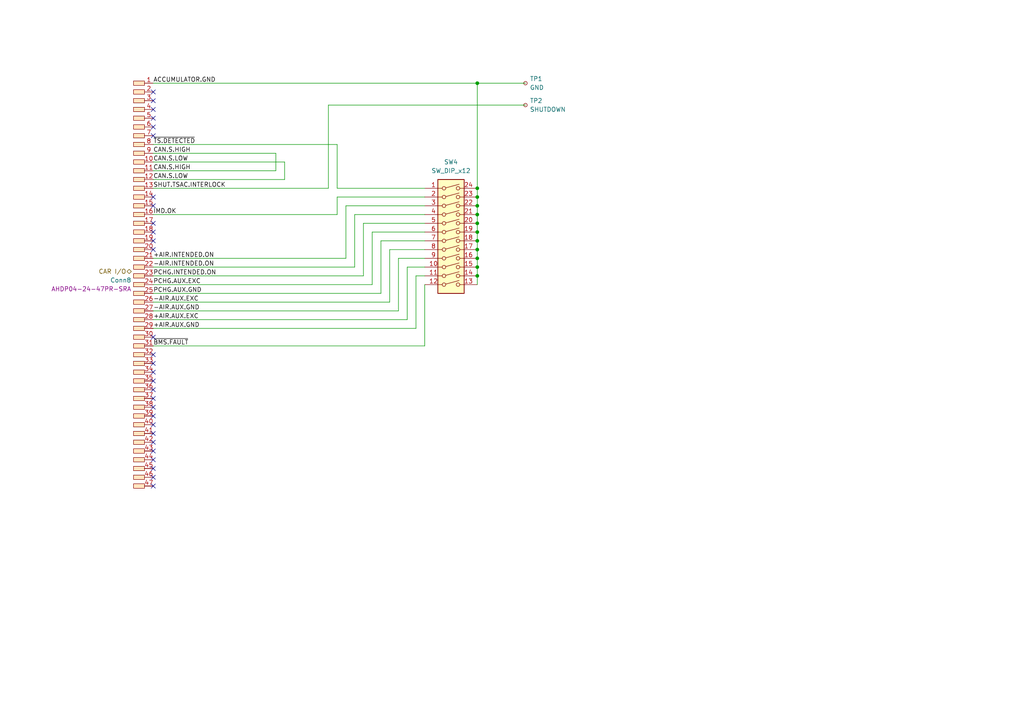
<source format=kicad_sch>
(kicad_sch (version 20231120) (generator "eeschema") (generator_version "8.0")
  (paper "A4")
  (title_block (title "LOOM - DUMMY ACCUMULATOR"))
  (lib_symbols
    (symbol "Connector:TestPoint_Small" (pin_numbers hide) (pin_names (offset 0.762) hide)
      (property "Reference" "TP" (at 0 3.81 0))
      (property "Value" "TestPoint_Small" (at 0 2.032 0))
      (symbol "TestPoint_Small_0_1"
        (circle (center 0 0) (radius 0.508))
      )
      (symbol "TestPoint_Small_1_1"
        (pin passive line (at 0 0 90) (length 0) (name "1") (number "1"))
      )
    )
    (symbol "Connectors_SUFST:AMPHENOL-47P-Pannel"
      (property "Reference" "Conn" (at 0 -1.905 0))
      (property "P/N" "AHDP04-24-47PR-SRA" (at 0 0 0))
      (symbol "AMPHENOL-47P-Pannel_0_1"
        (polyline (pts (xy -0.635 -121.285) (xy 1.905 -121.285)))
        (polyline (pts (xy -0.635 -116.205) (xy 1.905 -116.205)))
        (polyline (pts (xy -0.635 -111.125) (xy 1.905 -111.125)))
        (polyline (pts (xy -0.635 -106.045) (xy 1.905 -106.045)))
        (polyline (pts (xy -0.635 -100.965) (xy 1.905 -100.965)))
        (polyline (pts (xy -0.635 -95.885) (xy 1.905 -95.885)))
        (polyline (pts (xy -0.635 -90.805) (xy 1.905 -90.805)))
        (polyline (pts (xy -0.635 -85.725) (xy 1.905 -85.725)))
        (polyline (pts (xy -0.635 -80.645) (xy 1.905 -80.645)))
        (polyline (pts (xy -0.635 -75.565) (xy 1.905 -75.565)))
        (polyline (pts (xy -0.635 -70.485) (xy 1.905 -70.485)))
        (polyline (pts (xy -0.635 -65.405) (xy 1.905 -65.405)))
        (polyline (pts (xy -0.635 -60.325) (xy 1.905 -60.325)))
        (polyline (pts (xy -0.635 -55.245) (xy 1.905 -55.245)))
        (polyline (pts (xy -0.635 -50.165) (xy 1.905 -50.165)))
        (polyline (pts (xy -0.635 -45.085) (xy 1.905 -45.085)))
        (polyline (pts (xy -0.635 -40.005) (xy 1.905 -40.005)))
        (polyline (pts (xy -0.635 -34.925) (xy 1.905 -34.925)))
        (polyline (pts (xy -0.635 -29.845) (xy 1.905 -29.845)))
        (polyline (pts (xy -0.635 -24.765) (xy 1.905 -24.765)))
        (polyline (pts (xy -0.635 -19.685) (xy 1.905 -19.685)))
        (polyline (pts (xy -0.635 -14.605) (xy 1.905 -14.605)))
        (polyline (pts (xy -0.635 -9.525) (xy 1.905 -9.525)))
        (polyline (pts (xy -0.635 -4.445) (xy 1.905 -4.445)))
      )
      (symbol "AMPHENOL-47P-Pannel_1_1"
        (rectangle (start -3.81 -120.65) (end -0.635 -121.92) (fill (type color) (color 255 229 191 1)))
        (rectangle (start -3.81 -118.11) (end -0.635 -119.38) (fill (type color) (color 255 229 191 1)))
        (rectangle (start -3.81 -115.57) (end -0.635 -116.84) (fill (type color) (color 255 229 191 1)))
        (rectangle (start -3.81 -113.03) (end -0.635 -114.3) (fill (type color) (color 255 229 191 1)))
        (rectangle (start -3.81 -110.49) (end -0.635 -111.76) (fill (type color) (color 255 229 191 1)))
        (rectangle (start -3.81 -107.95) (end -0.635 -109.22) (fill (type color) (color 255 229 191 1)))
        (rectangle (start -3.81 -105.41) (end -0.635 -106.68) (fill (type color) (color 255 229 191 1)))
        (rectangle (start -3.81 -102.87) (end -0.635 -104.14) (fill (type color) (color 255 229 191 1)))
        (rectangle (start -3.81 -100.33) (end -0.635 -101.6) (fill (type color) (color 255 229 191 1)))
        (rectangle (start -3.81 -97.79) (end -0.635 -99.06) (fill (type color) (color 255 229 191 1)))
        (rectangle (start -3.81 -95.25) (end -0.635 -96.52) (fill (type color) (color 255 229 191 1)))
        (rectangle (start -3.81 -92.71) (end -0.635 -93.98) (fill (type color) (color 255 229 191 1)))
        (rectangle (start -3.81 -90.17) (end -0.635 -91.44) (fill (type color) (color 255 229 191 1)))
        (rectangle (start -3.81 -87.63) (end -0.635 -88.9) (fill (type color) (color 255 229 191 1)))
        (rectangle (start -3.81 -85.09) (end -0.635 -86.36) (fill (type color) (color 255 229 191 1)))
        (rectangle (start -3.81 -82.55) (end -0.635 -83.82) (fill (type color) (color 255 229 191 1)))
        (rectangle (start -3.81 -80.01) (end -0.635 -81.28) (fill (type color) (color 255 229 191 1)))
        (rectangle (start -3.81 -77.47) (end -0.635 -78.74) (fill (type color) (color 255 229 191 1)))
        (rectangle (start -3.81 -74.93) (end -0.635 -76.2) (fill (type color) (color 255 229 191 1)))
        (rectangle (start -3.81 -72.39) (end -0.635 -73.66) (fill (type color) (color 255 229 191 1)))
        (rectangle (start -3.81 -69.85) (end -0.635 -71.12) (fill (type color) (color 255 229 191 1)))
        (rectangle (start -3.81 -67.31) (end -0.635 -68.58) (fill (type color) (color 255 229 191 1)))
        (rectangle (start -3.81 -64.77) (end -0.635 -66.04) (fill (type color) (color 255 229 191 1)))
        (rectangle (start -3.81 -62.23) (end -0.635 -63.5) (fill (type color) (color 255 229 191 1)))
        (rectangle (start -3.81 -59.69) (end -0.635 -60.96) (fill (type color) (color 255 229 191 1)))
        (rectangle (start -3.81 -57.15) (end -0.635 -58.42) (fill (type color) (color 255 229 191 1)))
        (rectangle (start -3.81 -54.61) (end -0.635 -55.88) (fill (type color) (color 255 229 191 1)))
        (rectangle (start -3.81 -52.07) (end -0.635 -53.34) (fill (type color) (color 255 229 191 1)))
        (rectangle (start -3.81 -49.53) (end -0.635 -50.8) (fill (type color) (color 255 229 191 1)))
        (rectangle (start -3.81 -46.99) (end -0.635 -48.26) (fill (type color) (color 255 229 191 1)))
        (rectangle (start -3.81 -44.45) (end -0.635 -45.72) (fill (type color) (color 255 229 191 1)))
        (rectangle (start -3.81 -41.91) (end -0.635 -43.18) (fill (type color) (color 255 229 191 1)))
        (rectangle (start -3.81 -39.37) (end -0.635 -40.64) (fill (type color) (color 255 229 191 1)))
        (rectangle (start -3.81 -36.83) (end -0.635 -38.1) (fill (type color) (color 255 229 191 1)))
        (rectangle (start -3.81 -34.29) (end -0.635 -35.56) (fill (type color) (color 255 229 191 1)))
        (rectangle (start -3.81 -31.75) (end -0.635 -33.02) (fill (type color) (color 255 229 191 1)))
        (rectangle (start -3.81 -29.21) (end -0.635 -30.48) (fill (type color) (color 255 229 191 1)))
        (rectangle (start -3.81 -26.67) (end -0.635 -27.94) (fill (type color) (color 255 229 191 1)))
        (rectangle (start -3.81 -24.13) (end -0.635 -25.4) (fill (type color) (color 255 229 191 1)))
        (rectangle (start -3.81 -21.59) (end -0.635 -22.86) (fill (type color) (color 255 229 191 1)))
        (rectangle (start -3.81 -19.05) (end -0.635 -20.32) (fill (type color) (color 255 229 191 1)))
        (rectangle (start -3.81 -16.51) (end -0.635 -17.78) (fill (type color) (color 255 229 191 1)))
        (rectangle (start -3.81 -13.97) (end -0.635 -15.24) (fill (type color) (color 255 229 191 1)))
        (rectangle (start -3.81 -11.43) (end -0.635 -12.7) (fill (type color) (color 255 229 191 1)))
        (rectangle (start -3.81 -8.89) (end -0.635 -10.16) (fill (type color) (color 255 229 191 1)))
        (rectangle (start -3.81 -6.35) (end -0.635 -7.62) (fill (type color) (color 255 229 191 1)))
        (rectangle (start -3.81 -3.81) (end -0.635 -5.08) (fill (type color) (color 255 229 191 1)))
        (pin input line (at 1.905 -4.445 180) (length 2.54) (name "") (number "1"))
        (pin input line (at 1.905 -27.305 180) (length 2.54) (name "") (number "10"))
        (pin input line (at 1.905 -29.845 180) (length 2.54) (name "") (number "11"))
        (pin input line (at 1.905 -32.385 180) (length 2.54) (name "") (number "12"))
        (pin input line (at 1.905 -34.925 180) (length 2.54) (name "") (number "13"))
        (pin input line (at 1.905 -37.465 180) (length 2.54) (name "") (number "14"))
        (pin input line (at 1.905 -40.005 180) (length 2.54) (name "") (number "15"))
        (pin input line (at 1.905 -42.545 180) (length 2.54) (name "") (number "16"))
        (pin input line (at 1.905 -45.085 180) (length 2.54) (name "") (number "17"))
        (pin input line (at 1.905 -47.625 180) (length 2.54) (name "") (number "18"))
        (pin input line (at 1.905 -50.165 180) (length 2.54) (name "") (number "19"))
        (pin input line (at 1.905 -6.985 180) (length 2.54) (name "") (number "2"))
        (pin input line (at 1.905 -52.705 180) (length 2.54) (name "") (number "20"))
        (pin input line (at 1.905 -55.245 180) (length 2.54) (name "") (number "21"))
        (pin input line (at 1.905 -57.785 180) (length 2.54) (name "") (number "22"))
        (pin input line (at 1.905 -60.325 180) (length 2.54) (name "") (number "23"))
        (pin input line (at 1.905 -62.865 180) (length 2.54) (name "") (number "24"))
        (pin input line (at 1.905 -65.405 180) (length 2.54) (name "") (number "25"))
        (pin input line (at 1.905 -67.945 180) (length 2.54) (name "") (number "26"))
        (pin input line (at 1.905 -70.485 180) (length 2.54) (name "") (number "27"))
        (pin input line (at 1.905 -73.025 180) (length 2.54) (name "") (number "28"))
        (pin input line (at 1.905 -75.565 180) (length 2.54) (name "") (number "29"))
        (pin input line (at 1.905 -9.525 180) (length 2.54) (name "") (number "3"))
        (pin input line (at 1.905 -78.105 180) (length 2.54) (name "") (number "30"))
        (pin input line (at 1.905 -80.645 180) (length 2.54) (name "") (number "31"))
        (pin input line (at 1.905 -83.185 180) (length 2.54) (name "") (number "32"))
        (pin input line (at 1.905 -85.725 180) (length 2.54) (name "") (number "33"))
        (pin input line (at 1.905 -88.265 180) (length 2.54) (name "") (number "34"))
        (pin input line (at 1.905 -90.805 180) (length 2.54) (name "") (number "35"))
        (pin input line (at 1.905 -93.345 180) (length 2.54) (name "") (number "36"))
        (pin input line (at 1.905 -95.885 180) (length 2.54) (name "") (number "37"))
        (pin input line (at 1.905 -98.425 180) (length 2.54) (name "") (number "38"))
        (pin input line (at 1.905 -100.965 180) (length 2.54) (name "") (number "39"))
        (pin input line (at 1.905 -12.065 180) (length 2.54) (name "") (number "4"))
        (pin input line (at 1.905 -103.505 180) (length 2.54) (name "") (number "40"))
        (pin input line (at 1.905 -106.045 180) (length 2.54) (name "") (number "41"))
        (pin input line (at 1.905 -108.585 180) (length 2.54) (name "") (number "42"))
        (pin input line (at 1.905 -111.125 180) (length 2.54) (name "") (number "43"))
        (pin input line (at 1.905 -113.665 180) (length 2.54) (name "") (number "44"))
        (pin input line (at 1.905 -116.205 180) (length 2.54) (name "") (number "45"))
        (pin input line (at 1.905 -118.745 180) (length 2.54) (name "") (number "46"))
        (pin input line (at 1.905 -121.285 180) (length 2.54) (name "") (number "47"))
        (pin input line (at 1.905 -14.605 180) (length 2.54) (name "") (number "5"))
        (pin input line (at 1.905 -17.145 180) (length 2.54) (name "") (number "6"))
        (pin input line (at 1.905 -19.685 180) (length 2.54) (name "") (number "7"))
        (pin input line (at 1.905 -22.225 180) (length 2.54) (name "") (number "8"))
        (pin input line (at 1.905 -24.765 180) (length 2.54) (name "") (number "9"))
      )
    )
    (symbol "Switch:SW_DIP_x12" (pin_names (offset 0) hide)
      (property "Reference" "SW" (at 0 19.05 0))
      (property "Value" "SW_DIP_x12" (at 0 -16.51 0))
      (symbol "SW_DIP_x12_0_0"
        (circle (center -2.032 -12.7) (radius 0.508))
        (circle (center -2.032 -10.16) (radius 0.508))
        (circle (center -2.032 -7.62) (radius 0.508))
        (circle (center -2.032 -5.08) (radius 0.508))
        (circle (center -2.032 -2.54) (radius 0.508))
        (circle (center -2.032 0) (radius 0.508))
        (circle (center -2.032 2.54) (radius 0.508))
        (circle (center -2.032 5.08) (radius 0.508))
        (circle (center -2.032 7.62) (radius 0.508))
        (circle (center -2.032 10.16) (radius 0.508))
        (circle (center -2.032 12.7) (radius 0.508))
        (circle (center -2.032 15.24) (radius 0.508))
        (polyline (pts (xy -1.524 -12.5476) (xy 2.3622 -11.5062)))
        (polyline (pts (xy -1.524 -10.0076) (xy 2.3622 -8.9662)))
        (polyline (pts (xy -1.524 -7.4676) (xy 2.3622 -6.4262)))
        (polyline (pts (xy -1.524 -4.9276) (xy 2.3622 -3.8862)))
        (polyline (pts (xy -1.524 -2.3876) (xy 2.3622 -1.3462)))
        (polyline (pts (xy -1.524 0.127) (xy 2.3622 1.1684)))
        (polyline (pts (xy -1.524 2.667) (xy 2.3622 3.7084)))
        (polyline (pts (xy -1.524 5.207) (xy 2.3622 6.2484)))
        (polyline (pts (xy -1.524 7.747) (xy 2.3622 8.7884)))
        (polyline (pts (xy -1.524 10.287) (xy 2.3622 11.3284)))
        (polyline (pts (xy -1.524 12.827) (xy 2.3622 13.8684)))
        (polyline (pts (xy -1.524 15.367) (xy 2.3622 16.4084)))
        (circle (center 2.032 -12.7) (radius 0.508))
        (circle (center 2.032 -10.16) (radius 0.508))
        (circle (center 2.032 -7.62) (radius 0.508))
        (circle (center 2.032 -5.08) (radius 0.508))
        (circle (center 2.032 -2.54) (radius 0.508))
        (circle (center 2.032 0) (radius 0.508))
        (circle (center 2.032 2.54) (radius 0.508))
        (circle (center 2.032 5.08) (radius 0.508))
        (circle (center 2.032 7.62) (radius 0.508))
        (circle (center 2.032 10.16) (radius 0.508))
        (circle (center 2.032 12.7) (radius 0.508))
        (circle (center 2.032 15.24) (radius 0.508))
      )
      (symbol "SW_DIP_x12_1_1"
        (rectangle (start -3.81 17.78) (end 3.81 -15.24) (stroke (width 0.254)) (fill (type background)))
        (pin passive line (at -7.62 15.24 0) (length 5.08) (name "~") (number "1"))
        (pin passive line (at -7.62 -7.62 0) (length 5.08) (name "~") (number "10"))
        (pin passive line (at -7.62 -10.16 0) (length 5.08) (name "~") (number "11"))
        (pin passive line (at -7.62 -12.7 0) (length 5.08) (name "~") (number "12"))
        (pin passive line (at 7.62 -12.7 180) (length 5.08) (name "~") (number "13"))
        (pin passive line (at 7.62 -10.16 180) (length 5.08) (name "~") (number "14"))
        (pin passive line (at 7.62 -7.62 180) (length 5.08) (name "~") (number "15"))
        (pin passive line (at 7.62 -5.08 180) (length 5.08) (name "~") (number "16"))
        (pin passive line (at 7.62 -2.54 180) (length 5.08) (name "~") (number "17"))
        (pin passive line (at 7.62 0 180) (length 5.08) (name "~") (number "18"))
        (pin passive line (at 7.62 2.54 180) (length 5.08) (name "~") (number "19"))
        (pin passive line (at -7.62 12.7 0) (length 5.08) (name "~") (number "2"))
        (pin passive line (at 7.62 5.08 180) (length 5.08) (name "~") (number "20"))
        (pin passive line (at 7.62 7.62 180) (length 5.08) (name "~") (number "21"))
        (pin passive line (at 7.62 10.16 180) (length 5.08) (name "~") (number "22"))
        (pin passive line (at 7.62 12.7 180) (length 5.08) (name "~") (number "23"))
        (pin passive line (at 7.62 15.24 180) (length 5.08) (name "~") (number "24"))
        (pin passive line (at -7.62 10.16 0) (length 5.08) (name "~") (number "3"))
        (pin passive line (at -7.62 7.62 0) (length 5.08) (name "~") (number "4"))
        (pin passive line (at -7.62 5.08 0) (length 5.08) (name "~") (number "5"))
        (pin passive line (at -7.62 2.54 0) (length 5.08) (name "~") (number "6"))
        (pin passive line (at -7.62 0 0) (length 5.08) (name "~") (number "7"))
        (pin passive line (at -7.62 -2.54 0) (length 5.08) (name "~") (number "8"))
        (pin passive line (at -7.62 -5.08 0) (length 5.08) (name "~") (number "9"))
      )
    )
  )
  (junction (at 138.43 74.93))
  (junction (at 138.43 64.77))
  (junction (at 138.43 59.69))
  (junction (at 138.43 77.47))
  (junction (at 138.43 24.13))
  (junction (at 138.43 69.85))
  (junction (at 138.43 67.31))
  (junction (at 138.43 72.39))
  (junction (at 138.43 80.01))
  (junction (at 138.43 62.23))
  (junction (at 138.43 54.61))
  (junction (at 138.43 57.15))
  (no_connect (at 44.45 36.83))
  (no_connect (at 44.45 107.95))
  (no_connect (at 44.45 39.37))
  (no_connect (at 44.45 34.29))
  (no_connect (at 44.45 133.35))
  (no_connect (at 44.45 72.39))
  (no_connect (at 44.45 113.03))
  (no_connect (at 44.45 69.85))
  (no_connect (at 44.45 57.15))
  (no_connect (at 44.45 130.81))
  (no_connect (at 44.45 29.21))
  (no_connect (at 44.45 31.75))
  (no_connect (at 44.45 97.79))
  (no_connect (at 44.45 115.57))
  (no_connect (at 44.45 102.87))
  (no_connect (at 44.45 135.89))
  (no_connect (at 44.45 125.73))
  (no_connect (at 44.45 123.19))
  (no_connect (at 44.45 118.11))
  (no_connect (at 44.45 59.69))
  (no_connect (at 44.45 140.97))
  (no_connect (at 44.45 120.65))
  (no_connect (at 44.45 110.49))
  (no_connect (at 44.45 138.43))
  (no_connect (at 44.45 105.41))
  (no_connect (at 44.45 67.31))
  (no_connect (at 44.45 128.27))
  (no_connect (at 44.45 64.77))
  (no_connect (at 44.45 26.67))
  (wire (pts (xy 105.41 64.77) (xy 105.41 80.01)))
  (wire (pts (xy 44.45 54.61) (xy 95.25 54.61)))
  (wire (pts (xy 110.49 69.85) (xy 110.49 85.09)))
  (wire (pts (xy 138.43 54.61) (xy 138.43 57.15)))
  (wire (pts (xy 44.45 62.23) (xy 97.79 62.23)))
  (wire (pts (xy 44.45 52.07) (xy 82.55 52.07)))
  (wire (pts (xy 123.19 77.47) (xy 118.11 77.47)))
  (wire (pts (xy 123.19 72.39) (xy 113.03 72.39)))
  (wire (pts (xy 97.79 62.23) (xy 97.79 57.15)))
  (wire (pts (xy 123.19 74.93) (xy 115.57 74.93)))
  (wire (pts (xy 138.43 24.13) (xy 138.43 54.61)))
  (wire (pts (xy 138.43 72.39) (xy 138.43 74.93)))
  (wire (pts (xy 123.19 69.85) (xy 110.49 69.85)))
  (wire (pts (xy 123.19 82.55) (xy 123.19 100.33)))
  (wire (pts (xy 95.25 54.61) (xy 95.25 30.48)))
  (wire (pts (xy 44.45 44.45) (xy 80.01 44.45)))
  (wire (pts (xy 138.43 64.77) (xy 138.43 67.31)))
  (wire (pts (xy 97.79 54.61) (xy 123.19 54.61)))
  (wire (pts (xy 97.79 41.91) (xy 44.45 41.91)))
  (wire (pts (xy 113.03 72.39) (xy 113.03 87.63)))
  (wire (pts (xy 138.43 67.31) (xy 138.43 69.85)))
  (wire (pts (xy 82.55 52.07) (xy 82.55 46.99)))
  (wire (pts (xy 110.49 85.09) (xy 44.45 85.09)))
  (wire (pts (xy 138.43 69.85) (xy 138.43 72.39)))
  (wire (pts (xy 138.43 80.01) (xy 138.43 82.55)))
  (wire (pts (xy 97.79 57.15) (xy 123.19 57.15)))
  (wire (pts (xy 107.95 82.55) (xy 44.45 82.55)))
  (wire (pts (xy 100.33 74.93) (xy 44.45 74.93)))
  (wire (pts (xy 80.01 44.45) (xy 80.01 49.53)))
  (wire (pts (xy 44.45 46.99) (xy 82.55 46.99)))
  (wire (pts (xy 115.57 74.93) (xy 115.57 90.17)))
  (wire (pts (xy 138.43 57.15) (xy 138.43 59.69)))
  (wire (pts (xy 118.11 92.71) (xy 44.45 92.71)))
  (wire (pts (xy 138.43 74.93) (xy 138.43 77.47)))
  (wire (pts (xy 107.95 67.31) (xy 107.95 82.55)))
  (wire (pts (xy 80.01 49.53) (xy 44.45 49.53)))
  (wire (pts (xy 138.43 59.69) (xy 138.43 62.23)))
  (wire (pts (xy 115.57 90.17) (xy 44.45 90.17)))
  (wire (pts (xy 123.19 67.31) (xy 107.95 67.31)))
  (wire (pts (xy 113.03 87.63) (xy 44.45 87.63)))
  (wire (pts (xy 44.45 24.13) (xy 138.43 24.13)))
  (wire (pts (xy 120.65 80.01) (xy 120.65 95.25)))
  (wire (pts (xy 118.11 77.47) (xy 118.11 92.71)))
  (wire (pts (xy 138.43 77.47) (xy 138.43 80.01)))
  (wire (pts (xy 138.43 24.13) (xy 152.4 24.13)))
  (wire (pts (xy 123.19 100.33) (xy 44.45 100.33)))
  (wire (pts (xy 123.19 64.77) (xy 105.41 64.77)))
  (wire (pts (xy 102.87 62.23) (xy 102.87 77.47)))
  (wire (pts (xy 123.19 62.23) (xy 102.87 62.23)))
  (wire (pts (xy 105.41 80.01) (xy 44.45 80.01)))
  (wire (pts (xy 95.25 30.48) (xy 152.4 30.48)))
  (wire (pts (xy 100.33 59.69) (xy 100.33 74.93)))
  (wire (pts (xy 138.43 62.23) (xy 138.43 64.77)))
  (wire (pts (xy 97.79 54.61) (xy 97.79 41.91)))
  (wire (pts (xy 120.65 95.25) (xy 44.45 95.25)))
  (wire (pts (xy 123.19 59.69) (xy 100.33 59.69)))
  (wire (pts (xy 102.87 77.47) (xy 44.45 77.47)))
  (wire (pts (xy 123.19 80.01) (xy 120.65 80.01)))
  (label "+AIR.AUX.GND" (at 44.45 95.25 0))
  (label "CAN.S.HIGH" (at 44.45 49.53 0))
  (label "+AIR.AUX.EXC" (at 44.45 92.71 0))
  (label "+AIR.INTENDED.ON" (at 44.45 74.93 0))
  (label "-AIR.INTENDED.ON" (at 44.45 77.47 0))
  (label "CAN.S.LOW" (at 44.45 46.99 0))
  (label "PCHG.AUX.GND" (at 44.45 85.09 0))
  (label "CAN.S.HIGH" (at 44.45 44.45 0))
  (label "-AIR.AUX.GND" (at 44.45 90.17 0))
  (label "PCHG.AUX.EXC" (at 44.45 82.55 0))
  (label "ACCUMULATOR.GND" (at 44.45 24.13 0))
  (label "SHUT.TSAC.INTERLOCK" (at 44.45 54.61 0))
  (label "PCHG.INTENDED.ON" (at 44.45 80.01 0))
  (label "-AIR.AUX.EXC" (at 44.45 87.63 0))
  (label "IMD.OK" (at 44.45 62.23 0))
  (label "~{BMS.FAULT}" (at 44.45 100.33 0))
  (label "CAN.S.LOW" (at 44.45 52.07 0))
  (label "~{TS.DETECTED}" (at 44.45 41.91 0))
  (hierarchical_label "CAR I{slash}O" (shape bidirectional) (at 38.1 78.74 180))
  (symbol (lib_id "Connectors_SUFST:AMPHENOL-47P-Pannel") (at 42.545 19.685 0) (unit 1)
    (property "Reference" "Conn8" (at 38.1 81.28 0) (effects (justify right)))
    (property "Value" "AMPHENOL-47P-Pannel" (effects (hide yes)))
    (property "P/N" "AHDP04-24-47PR-SRA" (at 38.1 83.82 0) (effects (justify right)))
  )
  (symbol (lib_id "Connector:TestPoint_Small") (at 152.4 24.13 0) (unit 1)
    (property "Reference" "TP1" (at 153.67 22.8599 0) (effects (justify left)))
    (property "Value" "GND" (at 153.67 25.3999 0) (effects (justify left)))
    (property "Description" "test point" (effects (hide yes)))
  )
  (symbol (lib_id "Connector:TestPoint_Small") (at 152.4 30.48 0) (unit 1)
    (property "Reference" "TP2" (at 153.67 29.2099 0) (effects (justify left)))
    (property "Value" "SHUTDOWN" (at 153.67 31.7499 0) (effects (justify left)))
    (property "Description" "test point" (effects (hide yes)))
  )
  (symbol (lib_id "Switch:SW_DIP_x12") (at 130.81 69.85 0) (unit 1)
    (property "Reference" "SW4" (at 130.81 46.99 0))
    (property "Value" "SW_DIP_x12" (at 130.81 49.53 0))
    (property "Description" "12x DIP Switch, Single Pole Single Throw (SPST) switch, small symbol" (effects (hide yes)))
  )
)
</source>
